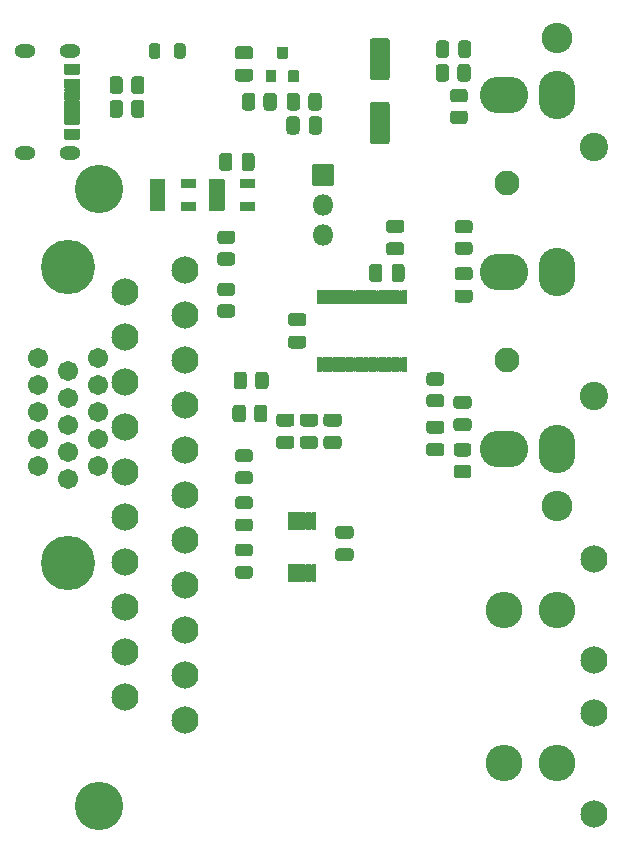
<source format=gbr>
G04 #@! TF.GenerationSoftware,KiCad,Pcbnew,(5.1.12)-1*
G04 #@! TF.CreationDate,2021-11-28T04:27:24+13:00*
G04 #@! TF.ProjectId,comprgb,636f6d70-7267-4622-9e6b-696361645f70,rev?*
G04 #@! TF.SameCoordinates,Original*
G04 #@! TF.FileFunction,Soldermask,Top*
G04 #@! TF.FilePolarity,Negative*
%FSLAX46Y46*%
G04 Gerber Fmt 4.6, Leading zero omitted, Abs format (unit mm)*
G04 Created by KiCad (PCBNEW (5.1.12)-1) date 2021-11-28 04:27:24*
%MOMM*%
%LPD*%
G01*
G04 APERTURE LIST*
%ADD10C,4.602000*%
%ADD11C,1.702000*%
%ADD12C,2.102000*%
%ADD13C,2.402000*%
%ADD14O,4.102000X3.102000*%
%ADD15O,3.102000X4.102000*%
%ADD16O,2.602000X2.602000*%
%ADD17O,1.802000X1.802000*%
%ADD18C,2.302000*%
%ADD19O,3.102000X3.102000*%
%ADD20C,4.102000*%
%ADD21O,1.802000X1.202000*%
%ADD22C,0.100000*%
G04 APERTURE END LIST*
G36*
G01*
X57559000Y-45631124D02*
X57559000Y-44678876D01*
G75*
G02*
X57833876Y-44404000I274876J0D01*
G01*
X58411124Y-44404000D01*
G75*
G02*
X58686000Y-44678876I0J-274876D01*
G01*
X58686000Y-45631124D01*
G75*
G02*
X58411124Y-45906000I-274876J0D01*
G01*
X57833876Y-45906000D01*
G75*
G02*
X57559000Y-45631124I0J274876D01*
G01*
G37*
G36*
G01*
X55734000Y-45631124D02*
X55734000Y-44678876D01*
G75*
G02*
X56008876Y-44404000I274876J0D01*
G01*
X56586124Y-44404000D01*
G75*
G02*
X56861000Y-44678876I0J-274876D01*
G01*
X56861000Y-45631124D01*
G75*
G02*
X56586124Y-45906000I-274876J0D01*
G01*
X56008876Y-45906000D01*
G75*
G02*
X55734000Y-45631124I0J274876D01*
G01*
G37*
G36*
G01*
X57649000Y-43631750D02*
X57649000Y-42668250D01*
G75*
G02*
X57918250Y-42399000I269250J0D01*
G01*
X58456750Y-42399000D01*
G75*
G02*
X58726000Y-42668250I0J-269250D01*
G01*
X58726000Y-43631750D01*
G75*
G02*
X58456750Y-43901000I-269250J0D01*
G01*
X57918250Y-43901000D01*
G75*
G02*
X57649000Y-43631750I0J269250D01*
G01*
G37*
G36*
G01*
X55774000Y-43631750D02*
X55774000Y-42668250D01*
G75*
G02*
X56043250Y-42399000I269250J0D01*
G01*
X56581750Y-42399000D01*
G75*
G02*
X56851000Y-42668250I0J-269250D01*
G01*
X56851000Y-43631750D01*
G75*
G02*
X56581750Y-43901000I-269250J0D01*
G01*
X56043250Y-43901000D01*
G75*
G02*
X55774000Y-43631750I0J269250D01*
G01*
G37*
G36*
G01*
X37523875Y-64759000D02*
X38476125Y-64759000D01*
G75*
G02*
X38751000Y-65033875I0J-274875D01*
G01*
X38751000Y-65611125D01*
G75*
G02*
X38476125Y-65886000I-274875J0D01*
G01*
X37523875Y-65886000D01*
G75*
G02*
X37249000Y-65611125I0J274875D01*
G01*
X37249000Y-65033875D01*
G75*
G02*
X37523875Y-64759000I274875J0D01*
G01*
G37*
G36*
G01*
X37523875Y-62934000D02*
X38476125Y-62934000D01*
G75*
G02*
X38751000Y-63208875I0J-274875D01*
G01*
X38751000Y-63786125D01*
G75*
G02*
X38476125Y-64061000I-274875J0D01*
G01*
X37523875Y-64061000D01*
G75*
G02*
X37249000Y-63786125I0J274875D01*
G01*
X37249000Y-63208875D01*
G75*
G02*
X37523875Y-62934000I274875J0D01*
G01*
G37*
G36*
G01*
X37523875Y-60349000D02*
X38476125Y-60349000D01*
G75*
G02*
X38751000Y-60623875I0J-274875D01*
G01*
X38751000Y-61201125D01*
G75*
G02*
X38476125Y-61476000I-274875J0D01*
G01*
X37523875Y-61476000D01*
G75*
G02*
X37249000Y-61201125I0J274875D01*
G01*
X37249000Y-60623875D01*
G75*
G02*
X37523875Y-60349000I274875J0D01*
G01*
G37*
G36*
G01*
X37523875Y-58524000D02*
X38476125Y-58524000D01*
G75*
G02*
X38751000Y-58798875I0J-274875D01*
G01*
X38751000Y-59376125D01*
G75*
G02*
X38476125Y-59651000I-274875J0D01*
G01*
X37523875Y-59651000D01*
G75*
G02*
X37249000Y-59376125I0J274875D01*
G01*
X37249000Y-58798875D01*
G75*
G02*
X37523875Y-58524000I274875J0D01*
G01*
G37*
D10*
X24600000Y-61620000D03*
X24600000Y-86620000D03*
D11*
X22060000Y-69280000D03*
X22060000Y-71570000D03*
X22060000Y-73860000D03*
X22060000Y-76150000D03*
X22060000Y-78440000D03*
X24600000Y-77290000D03*
X24600000Y-79580000D03*
X27140000Y-69280000D03*
X27140000Y-71570000D03*
X27140000Y-73860000D03*
X27140000Y-76150000D03*
X27140000Y-78440000D03*
X24600000Y-70420000D03*
X24600000Y-72710000D03*
X24600000Y-75000000D03*
G36*
G01*
X51999000Y-62600500D02*
X51999000Y-61599500D01*
G75*
G02*
X52274500Y-61324000I275500J0D01*
G01*
X52825500Y-61324000D01*
G75*
G02*
X53101000Y-61599500I0J-275500D01*
G01*
X53101000Y-62600500D01*
G75*
G02*
X52825500Y-62876000I-275500J0D01*
G01*
X52274500Y-62876000D01*
G75*
G02*
X51999000Y-62600500I0J275500D01*
G01*
G37*
G36*
G01*
X50099000Y-62600500D02*
X50099000Y-61599500D01*
G75*
G02*
X50374500Y-61324000I275500J0D01*
G01*
X50925500Y-61324000D01*
G75*
G02*
X51201000Y-61599500I0J-275500D01*
G01*
X51201000Y-62600500D01*
G75*
G02*
X50925500Y-62876000I-275500J0D01*
G01*
X50374500Y-62876000D01*
G75*
G02*
X50099000Y-62600500I0J275500D01*
G01*
G37*
D12*
X61800000Y-54500000D03*
X61800000Y-69500000D03*
D13*
X69144520Y-72533380D03*
X69144520Y-51466620D03*
D14*
X61500000Y-47000000D03*
X61500000Y-77000000D03*
D15*
X66000000Y-77000000D03*
X66000000Y-62000000D03*
X66000000Y-47000000D03*
D16*
X66000000Y-42200000D03*
X66000000Y-81800000D03*
D14*
X61500000Y-62000000D03*
G36*
G01*
X32426000Y-42893250D02*
X32426000Y-43706750D01*
G75*
G02*
X32181750Y-43951000I-244250J0D01*
G01*
X31693250Y-43951000D01*
G75*
G02*
X31449000Y-43706750I0J244250D01*
G01*
X31449000Y-42893250D01*
G75*
G02*
X31693250Y-42649000I244250J0D01*
G01*
X32181750Y-42649000D01*
G75*
G02*
X32426000Y-42893250I0J-244250D01*
G01*
G37*
G36*
G01*
X34551000Y-42893250D02*
X34551000Y-43706750D01*
G75*
G02*
X34306750Y-43951000I-244250J0D01*
G01*
X33818250Y-43951000D01*
G75*
G02*
X33574000Y-43706750I0J244250D01*
G01*
X33574000Y-42893250D01*
G75*
G02*
X33818250Y-42649000I244250J0D01*
G01*
X34306750Y-42649000D01*
G75*
G02*
X34551000Y-42893250I0J-244250D01*
G01*
G37*
G36*
G01*
X29251000Y-47723875D02*
X29251000Y-48676125D01*
G75*
G02*
X28976125Y-48951000I-274875J0D01*
G01*
X28398875Y-48951000D01*
G75*
G02*
X28124000Y-48676125I0J274875D01*
G01*
X28124000Y-47723875D01*
G75*
G02*
X28398875Y-47449000I274875J0D01*
G01*
X28976125Y-47449000D01*
G75*
G02*
X29251000Y-47723875I0J-274875D01*
G01*
G37*
G36*
G01*
X31076000Y-47723875D02*
X31076000Y-48676125D01*
G75*
G02*
X30801125Y-48951000I-274875J0D01*
G01*
X30223875Y-48951000D01*
G75*
G02*
X29949000Y-48676125I0J274875D01*
G01*
X29949000Y-47723875D01*
G75*
G02*
X30223875Y-47449000I274875J0D01*
G01*
X30801125Y-47449000D01*
G75*
G02*
X31076000Y-47723875I0J-274875D01*
G01*
G37*
G36*
G01*
X29251000Y-45723875D02*
X29251000Y-46676125D01*
G75*
G02*
X28976125Y-46951000I-274875J0D01*
G01*
X28398875Y-46951000D01*
G75*
G02*
X28124000Y-46676125I0J274875D01*
G01*
X28124000Y-45723875D01*
G75*
G02*
X28398875Y-45449000I274875J0D01*
G01*
X28976125Y-45449000D01*
G75*
G02*
X29251000Y-45723875I0J-274875D01*
G01*
G37*
G36*
G01*
X31076000Y-45723875D02*
X31076000Y-46676125D01*
G75*
G02*
X30801125Y-46951000I-274875J0D01*
G01*
X30223875Y-46951000D01*
G75*
G02*
X29949000Y-46676125I0J274875D01*
G01*
X29949000Y-45723875D01*
G75*
G02*
X30223875Y-45449000I274875J0D01*
G01*
X30801125Y-45449000D01*
G75*
G02*
X31076000Y-45723875I0J-274875D01*
G01*
G37*
G36*
G01*
X39651000Y-73523875D02*
X39651000Y-74476125D01*
G75*
G02*
X39376125Y-74751000I-274875J0D01*
G01*
X38798875Y-74751000D01*
G75*
G02*
X38524000Y-74476125I0J274875D01*
G01*
X38524000Y-73523875D01*
G75*
G02*
X38798875Y-73249000I274875J0D01*
G01*
X39376125Y-73249000D01*
G75*
G02*
X39651000Y-73523875I0J-274875D01*
G01*
G37*
G36*
G01*
X41476000Y-73523875D02*
X41476000Y-74476125D01*
G75*
G02*
X41201125Y-74751000I-274875J0D01*
G01*
X40623875Y-74751000D01*
G75*
G02*
X40349000Y-74476125I0J274875D01*
G01*
X40349000Y-73523875D01*
G75*
G02*
X40623875Y-73249000I274875J0D01*
G01*
X41201125Y-73249000D01*
G75*
G02*
X41476000Y-73523875I0J-274875D01*
G01*
G37*
G36*
G01*
X40449000Y-71676125D02*
X40449000Y-70723875D01*
G75*
G02*
X40723875Y-70449000I274875J0D01*
G01*
X41301125Y-70449000D01*
G75*
G02*
X41576000Y-70723875I0J-274875D01*
G01*
X41576000Y-71676125D01*
G75*
G02*
X41301125Y-71951000I-274875J0D01*
G01*
X40723875Y-71951000D01*
G75*
G02*
X40449000Y-71676125I0J274875D01*
G01*
G37*
G36*
G01*
X38624000Y-71676125D02*
X38624000Y-70723875D01*
G75*
G02*
X38898875Y-70449000I274875J0D01*
G01*
X39476125Y-70449000D01*
G75*
G02*
X39751000Y-70723875I0J-274875D01*
G01*
X39751000Y-71676125D01*
G75*
G02*
X39476125Y-71951000I-274875J0D01*
G01*
X38898875Y-71951000D01*
G75*
G02*
X38624000Y-71676125I0J274875D01*
G01*
G37*
G36*
G01*
X56176125Y-71651000D02*
X55223875Y-71651000D01*
G75*
G02*
X54949000Y-71376125I0J274875D01*
G01*
X54949000Y-70798875D01*
G75*
G02*
X55223875Y-70524000I274875J0D01*
G01*
X56176125Y-70524000D01*
G75*
G02*
X56451000Y-70798875I0J-274875D01*
G01*
X56451000Y-71376125D01*
G75*
G02*
X56176125Y-71651000I-274875J0D01*
G01*
G37*
G36*
G01*
X56176125Y-73476000D02*
X55223875Y-73476000D01*
G75*
G02*
X54949000Y-73201125I0J274875D01*
G01*
X54949000Y-72623875D01*
G75*
G02*
X55223875Y-72349000I274875J0D01*
G01*
X56176125Y-72349000D01*
G75*
G02*
X56451000Y-72623875I0J-274875D01*
G01*
X56451000Y-73201125D01*
G75*
G02*
X56176125Y-73476000I-274875J0D01*
G01*
G37*
G36*
G01*
X57223875Y-48349000D02*
X58176125Y-48349000D01*
G75*
G02*
X58451000Y-48623875I0J-274875D01*
G01*
X58451000Y-49201125D01*
G75*
G02*
X58176125Y-49476000I-274875J0D01*
G01*
X57223875Y-49476000D01*
G75*
G02*
X56949000Y-49201125I0J274875D01*
G01*
X56949000Y-48623875D01*
G75*
G02*
X57223875Y-48349000I274875J0D01*
G01*
G37*
G36*
G01*
X57223875Y-46524000D02*
X58176125Y-46524000D01*
G75*
G02*
X58451000Y-46798875I0J-274875D01*
G01*
X58451000Y-47376125D01*
G75*
G02*
X58176125Y-47651000I-274875J0D01*
G01*
X57223875Y-47651000D01*
G75*
G02*
X56949000Y-47376125I0J274875D01*
G01*
X56949000Y-46798875D01*
G75*
G02*
X57223875Y-46524000I274875J0D01*
G01*
G37*
G36*
G01*
X58576125Y-58751000D02*
X57623875Y-58751000D01*
G75*
G02*
X57349000Y-58476125I0J274875D01*
G01*
X57349000Y-57898875D01*
G75*
G02*
X57623875Y-57624000I274875J0D01*
G01*
X58576125Y-57624000D01*
G75*
G02*
X58851000Y-57898875I0J-274875D01*
G01*
X58851000Y-58476125D01*
G75*
G02*
X58576125Y-58751000I-274875J0D01*
G01*
G37*
G36*
G01*
X58576125Y-60576000D02*
X57623875Y-60576000D01*
G75*
G02*
X57349000Y-60301125I0J274875D01*
G01*
X57349000Y-59723875D01*
G75*
G02*
X57623875Y-59449000I274875J0D01*
G01*
X58576125Y-59449000D01*
G75*
G02*
X58851000Y-59723875I0J-274875D01*
G01*
X58851000Y-60301125D01*
G75*
G02*
X58576125Y-60576000I-274875J0D01*
G01*
G37*
G36*
G01*
X57523875Y-76517000D02*
X58476125Y-76517000D01*
G75*
G02*
X58751000Y-76791875I0J-274875D01*
G01*
X58751000Y-77369125D01*
G75*
G02*
X58476125Y-77644000I-274875J0D01*
G01*
X57523875Y-77644000D01*
G75*
G02*
X57249000Y-77369125I0J274875D01*
G01*
X57249000Y-76791875D01*
G75*
G02*
X57523875Y-76517000I274875J0D01*
G01*
G37*
G36*
G01*
X57523875Y-78342000D02*
X58476125Y-78342000D01*
G75*
G02*
X58751000Y-78616875I0J-274875D01*
G01*
X58751000Y-79194125D01*
G75*
G02*
X58476125Y-79469000I-274875J0D01*
G01*
X57523875Y-79469000D01*
G75*
G02*
X57249000Y-79194125I0J274875D01*
G01*
X57249000Y-78616875D01*
G75*
G02*
X57523875Y-78342000I274875J0D01*
G01*
G37*
G36*
G01*
X40451000Y-47123875D02*
X40451000Y-48076125D01*
G75*
G02*
X40176125Y-48351000I-274875J0D01*
G01*
X39598875Y-48351000D01*
G75*
G02*
X39324000Y-48076125I0J274875D01*
G01*
X39324000Y-47123875D01*
G75*
G02*
X39598875Y-46849000I274875J0D01*
G01*
X40176125Y-46849000D01*
G75*
G02*
X40451000Y-47123875I0J-274875D01*
G01*
G37*
G36*
G01*
X42276000Y-47123875D02*
X42276000Y-48076125D01*
G75*
G02*
X42001125Y-48351000I-274875J0D01*
G01*
X41423875Y-48351000D01*
G75*
G02*
X41149000Y-48076125I0J274875D01*
G01*
X41149000Y-47123875D01*
G75*
G02*
X41423875Y-46849000I274875J0D01*
G01*
X42001125Y-46849000D01*
G75*
G02*
X42276000Y-47123875I0J-274875D01*
G01*
G37*
G36*
G01*
X44251000Y-47123875D02*
X44251000Y-48076125D01*
G75*
G02*
X43976125Y-48351000I-274875J0D01*
G01*
X43398875Y-48351000D01*
G75*
G02*
X43124000Y-48076125I0J274875D01*
G01*
X43124000Y-47123875D01*
G75*
G02*
X43398875Y-46849000I274875J0D01*
G01*
X43976125Y-46849000D01*
G75*
G02*
X44251000Y-47123875I0J-274875D01*
G01*
G37*
G36*
G01*
X46076000Y-47123875D02*
X46076000Y-48076125D01*
G75*
G02*
X45801125Y-48351000I-274875J0D01*
G01*
X45223875Y-48351000D01*
G75*
G02*
X44949000Y-48076125I0J274875D01*
G01*
X44949000Y-47123875D01*
G75*
G02*
X45223875Y-46849000I274875J0D01*
G01*
X45801125Y-46849000D01*
G75*
G02*
X46076000Y-47123875I0J-274875D01*
G01*
G37*
G36*
G01*
X55199500Y-76499000D02*
X56200500Y-76499000D01*
G75*
G02*
X56476000Y-76774500I0J-275500D01*
G01*
X56476000Y-77325500D01*
G75*
G02*
X56200500Y-77601000I-275500J0D01*
G01*
X55199500Y-77601000D01*
G75*
G02*
X54924000Y-77325500I0J275500D01*
G01*
X54924000Y-76774500D01*
G75*
G02*
X55199500Y-76499000I275500J0D01*
G01*
G37*
G36*
G01*
X55199500Y-74599000D02*
X56200500Y-74599000D01*
G75*
G02*
X56476000Y-74874500I0J-275500D01*
G01*
X56476000Y-75425500D01*
G75*
G02*
X56200500Y-75701000I-275500J0D01*
G01*
X55199500Y-75701000D01*
G75*
G02*
X54924000Y-75425500I0J275500D01*
G01*
X54924000Y-74874500D01*
G75*
G02*
X55199500Y-74599000I275500J0D01*
G01*
G37*
G36*
G01*
X48500500Y-84601000D02*
X47499500Y-84601000D01*
G75*
G02*
X47224000Y-84325500I0J275500D01*
G01*
X47224000Y-83774500D01*
G75*
G02*
X47499500Y-83499000I275500J0D01*
G01*
X48500500Y-83499000D01*
G75*
G02*
X48776000Y-83774500I0J-275500D01*
G01*
X48776000Y-84325500D01*
G75*
G02*
X48500500Y-84601000I-275500J0D01*
G01*
G37*
G36*
G01*
X48500500Y-86501000D02*
X47499500Y-86501000D01*
G75*
G02*
X47224000Y-86225500I0J275500D01*
G01*
X47224000Y-85674500D01*
G75*
G02*
X47499500Y-85399000I275500J0D01*
G01*
X48500500Y-85399000D01*
G75*
G02*
X48776000Y-85674500I0J-275500D01*
G01*
X48776000Y-86225500D01*
G75*
G02*
X48500500Y-86501000I-275500J0D01*
G01*
G37*
G36*
G01*
X44500500Y-66601000D02*
X43499500Y-66601000D01*
G75*
G02*
X43224000Y-66325500I0J275500D01*
G01*
X43224000Y-65774500D01*
G75*
G02*
X43499500Y-65499000I275500J0D01*
G01*
X44500500Y-65499000D01*
G75*
G02*
X44776000Y-65774500I0J-275500D01*
G01*
X44776000Y-66325500D01*
G75*
G02*
X44500500Y-66601000I-275500J0D01*
G01*
G37*
G36*
G01*
X44500500Y-68501000D02*
X43499500Y-68501000D01*
G75*
G02*
X43224000Y-68225500I0J275500D01*
G01*
X43224000Y-67674500D01*
G75*
G02*
X43499500Y-67399000I275500J0D01*
G01*
X44500500Y-67399000D01*
G75*
G02*
X44776000Y-67674500I0J-275500D01*
G01*
X44776000Y-68225500D01*
G75*
G02*
X44500500Y-68501000I-275500J0D01*
G01*
G37*
G36*
G01*
X38501000Y-52199500D02*
X38501000Y-53200500D01*
G75*
G02*
X38225500Y-53476000I-275500J0D01*
G01*
X37674500Y-53476000D01*
G75*
G02*
X37399000Y-53200500I0J275500D01*
G01*
X37399000Y-52199500D01*
G75*
G02*
X37674500Y-51924000I275500J0D01*
G01*
X38225500Y-51924000D01*
G75*
G02*
X38501000Y-52199500I0J-275500D01*
G01*
G37*
G36*
G01*
X40401000Y-52199500D02*
X40401000Y-53200500D01*
G75*
G02*
X40125500Y-53476000I-275500J0D01*
G01*
X39574500Y-53476000D01*
G75*
G02*
X39299000Y-53200500I0J275500D01*
G01*
X39299000Y-52199500D01*
G75*
G02*
X39574500Y-51924000I275500J0D01*
G01*
X40125500Y-51924000D01*
G75*
G02*
X40401000Y-52199500I0J-275500D01*
G01*
G37*
G36*
G01*
X44201000Y-49099500D02*
X44201000Y-50100500D01*
G75*
G02*
X43925500Y-50376000I-275500J0D01*
G01*
X43374500Y-50376000D01*
G75*
G02*
X43099000Y-50100500I0J275500D01*
G01*
X43099000Y-49099500D01*
G75*
G02*
X43374500Y-48824000I275500J0D01*
G01*
X43925500Y-48824000D01*
G75*
G02*
X44201000Y-49099500I0J-275500D01*
G01*
G37*
G36*
G01*
X46101000Y-49099500D02*
X46101000Y-50100500D01*
G75*
G02*
X45825500Y-50376000I-275500J0D01*
G01*
X45274500Y-50376000D01*
G75*
G02*
X44999000Y-50100500I0J275500D01*
G01*
X44999000Y-49099500D01*
G75*
G02*
X45274500Y-48824000I275500J0D01*
G01*
X45825500Y-48824000D01*
G75*
G02*
X46101000Y-49099500I0J-275500D01*
G01*
G37*
G36*
G01*
X38999500Y-44799000D02*
X40000500Y-44799000D01*
G75*
G02*
X40276000Y-45074500I0J-275500D01*
G01*
X40276000Y-45625500D01*
G75*
G02*
X40000500Y-45901000I-275500J0D01*
G01*
X38999500Y-45901000D01*
G75*
G02*
X38724000Y-45625500I0J275500D01*
G01*
X38724000Y-45074500D01*
G75*
G02*
X38999500Y-44799000I275500J0D01*
G01*
G37*
G36*
G01*
X38999500Y-42899000D02*
X40000500Y-42899000D01*
G75*
G02*
X40276000Y-43174500I0J-275500D01*
G01*
X40276000Y-43725500D01*
G75*
G02*
X40000500Y-44001000I-275500J0D01*
G01*
X38999500Y-44001000D01*
G75*
G02*
X38724000Y-43725500I0J275500D01*
G01*
X38724000Y-43174500D01*
G75*
G02*
X38999500Y-42899000I275500J0D01*
G01*
G37*
G36*
G01*
X42499500Y-75899000D02*
X43500500Y-75899000D01*
G75*
G02*
X43776000Y-76174500I0J-275500D01*
G01*
X43776000Y-76725500D01*
G75*
G02*
X43500500Y-77001000I-275500J0D01*
G01*
X42499500Y-77001000D01*
G75*
G02*
X42224000Y-76725500I0J275500D01*
G01*
X42224000Y-76174500D01*
G75*
G02*
X42499500Y-75899000I275500J0D01*
G01*
G37*
G36*
G01*
X42499500Y-73999000D02*
X43500500Y-73999000D01*
G75*
G02*
X43776000Y-74274500I0J-275500D01*
G01*
X43776000Y-74825500D01*
G75*
G02*
X43500500Y-75101000I-275500J0D01*
G01*
X42499500Y-75101000D01*
G75*
G02*
X42224000Y-74825500I0J275500D01*
G01*
X42224000Y-74274500D01*
G75*
G02*
X42499500Y-73999000I275500J0D01*
G01*
G37*
G36*
G01*
X44499500Y-75899000D02*
X45500500Y-75899000D01*
G75*
G02*
X45776000Y-76174500I0J-275500D01*
G01*
X45776000Y-76725500D01*
G75*
G02*
X45500500Y-77001000I-275500J0D01*
G01*
X44499500Y-77001000D01*
G75*
G02*
X44224000Y-76725500I0J275500D01*
G01*
X44224000Y-76174500D01*
G75*
G02*
X44499500Y-75899000I275500J0D01*
G01*
G37*
G36*
G01*
X44499500Y-73999000D02*
X45500500Y-73999000D01*
G75*
G02*
X45776000Y-74274500I0J-275500D01*
G01*
X45776000Y-74825500D01*
G75*
G02*
X45500500Y-75101000I-275500J0D01*
G01*
X44499500Y-75101000D01*
G75*
G02*
X44224000Y-74825500I0J275500D01*
G01*
X44224000Y-74274500D01*
G75*
G02*
X44499500Y-73999000I275500J0D01*
G01*
G37*
G36*
G01*
X46499500Y-75899000D02*
X47500500Y-75899000D01*
G75*
G02*
X47776000Y-76174500I0J-275500D01*
G01*
X47776000Y-76725500D01*
G75*
G02*
X47500500Y-77001000I-275500J0D01*
G01*
X46499500Y-77001000D01*
G75*
G02*
X46224000Y-76725500I0J275500D01*
G01*
X46224000Y-76174500D01*
G75*
G02*
X46499500Y-75899000I275500J0D01*
G01*
G37*
G36*
G01*
X46499500Y-73999000D02*
X47500500Y-73999000D01*
G75*
G02*
X47776000Y-74274500I0J-275500D01*
G01*
X47776000Y-74825500D01*
G75*
G02*
X47500500Y-75101000I-275500J0D01*
G01*
X46499500Y-75101000D01*
G75*
G02*
X46224000Y-74825500I0J275500D01*
G01*
X46224000Y-74274500D01*
G75*
G02*
X46499500Y-73999000I275500J0D01*
G01*
G37*
G36*
G01*
X52800500Y-58701000D02*
X51799500Y-58701000D01*
G75*
G02*
X51524000Y-58425500I0J275500D01*
G01*
X51524000Y-57874500D01*
G75*
G02*
X51799500Y-57599000I275500J0D01*
G01*
X52800500Y-57599000D01*
G75*
G02*
X53076000Y-57874500I0J-275500D01*
G01*
X53076000Y-58425500D01*
G75*
G02*
X52800500Y-58701000I-275500J0D01*
G01*
G37*
G36*
G01*
X52800500Y-60601000D02*
X51799500Y-60601000D01*
G75*
G02*
X51524000Y-60325500I0J275500D01*
G01*
X51524000Y-59774500D01*
G75*
G02*
X51799500Y-59499000I275500J0D01*
G01*
X52800500Y-59499000D01*
G75*
G02*
X53076000Y-59774500I0J-275500D01*
G01*
X53076000Y-60325500D01*
G75*
G02*
X52800500Y-60601000I-275500J0D01*
G01*
G37*
G36*
G01*
X58600500Y-62701000D02*
X57599500Y-62701000D01*
G75*
G02*
X57324000Y-62425500I0J275500D01*
G01*
X57324000Y-61874500D01*
G75*
G02*
X57599500Y-61599000I275500J0D01*
G01*
X58600500Y-61599000D01*
G75*
G02*
X58876000Y-61874500I0J-275500D01*
G01*
X58876000Y-62425500D01*
G75*
G02*
X58600500Y-62701000I-275500J0D01*
G01*
G37*
G36*
G01*
X58600500Y-64601000D02*
X57599500Y-64601000D01*
G75*
G02*
X57324000Y-64325500I0J275500D01*
G01*
X57324000Y-63774500D01*
G75*
G02*
X57599500Y-63499000I275500J0D01*
G01*
X58600500Y-63499000D01*
G75*
G02*
X58876000Y-63774500I0J-275500D01*
G01*
X58876000Y-64325500D01*
G75*
G02*
X58600500Y-64601000I-275500J0D01*
G01*
G37*
G36*
G01*
X57499500Y-72499000D02*
X58500500Y-72499000D01*
G75*
G02*
X58776000Y-72774500I0J-275500D01*
G01*
X58776000Y-73325500D01*
G75*
G02*
X58500500Y-73601000I-275500J0D01*
G01*
X57499500Y-73601000D01*
G75*
G02*
X57224000Y-73325500I0J275500D01*
G01*
X57224000Y-72774500D01*
G75*
G02*
X57499500Y-72499000I275500J0D01*
G01*
G37*
G36*
G01*
X57499500Y-74399000D02*
X58500500Y-74399000D01*
G75*
G02*
X58776000Y-74674500I0J-275500D01*
G01*
X58776000Y-75225500D01*
G75*
G02*
X58500500Y-75501000I-275500J0D01*
G01*
X57499500Y-75501000D01*
G75*
G02*
X57224000Y-75225500I0J275500D01*
G01*
X57224000Y-74674500D01*
G75*
G02*
X57499500Y-74399000I275500J0D01*
G01*
G37*
G36*
G01*
X45250000Y-86749000D02*
X45550000Y-86749000D01*
G75*
G02*
X45601000Y-86800000I0J-51000D01*
G01*
X45601000Y-88200000D01*
G75*
G02*
X45550000Y-88251000I-51000J0D01*
G01*
X45250000Y-88251000D01*
G75*
G02*
X45199000Y-88200000I0J51000D01*
G01*
X45199000Y-86800000D01*
G75*
G02*
X45250000Y-86749000I51000J0D01*
G01*
G37*
G36*
G01*
X44750000Y-86749000D02*
X45050000Y-86749000D01*
G75*
G02*
X45101000Y-86800000I0J-51000D01*
G01*
X45101000Y-88200000D01*
G75*
G02*
X45050000Y-88251000I-51000J0D01*
G01*
X44750000Y-88251000D01*
G75*
G02*
X44699000Y-88200000I0J51000D01*
G01*
X44699000Y-86800000D01*
G75*
G02*
X44750000Y-86749000I51000J0D01*
G01*
G37*
G36*
G01*
X44250000Y-86749000D02*
X44550000Y-86749000D01*
G75*
G02*
X44601000Y-86800000I0J-51000D01*
G01*
X44601000Y-88200000D01*
G75*
G02*
X44550000Y-88251000I-51000J0D01*
G01*
X44250000Y-88251000D01*
G75*
G02*
X44199000Y-88200000I0J51000D01*
G01*
X44199000Y-86800000D01*
G75*
G02*
X44250000Y-86749000I51000J0D01*
G01*
G37*
G36*
G01*
X43750000Y-86749000D02*
X44050000Y-86749000D01*
G75*
G02*
X44101000Y-86800000I0J-51000D01*
G01*
X44101000Y-88200000D01*
G75*
G02*
X44050000Y-88251000I-51000J0D01*
G01*
X43750000Y-88251000D01*
G75*
G02*
X43699000Y-88200000I0J51000D01*
G01*
X43699000Y-86800000D01*
G75*
G02*
X43750000Y-86749000I51000J0D01*
G01*
G37*
G36*
G01*
X43250000Y-86749000D02*
X43550000Y-86749000D01*
G75*
G02*
X43601000Y-86800000I0J-51000D01*
G01*
X43601000Y-88200000D01*
G75*
G02*
X43550000Y-88251000I-51000J0D01*
G01*
X43250000Y-88251000D01*
G75*
G02*
X43199000Y-88200000I0J51000D01*
G01*
X43199000Y-86800000D01*
G75*
G02*
X43250000Y-86749000I51000J0D01*
G01*
G37*
G36*
G01*
X43250000Y-82349000D02*
X43550000Y-82349000D01*
G75*
G02*
X43601000Y-82400000I0J-51000D01*
G01*
X43601000Y-83800000D01*
G75*
G02*
X43550000Y-83851000I-51000J0D01*
G01*
X43250000Y-83851000D01*
G75*
G02*
X43199000Y-83800000I0J51000D01*
G01*
X43199000Y-82400000D01*
G75*
G02*
X43250000Y-82349000I51000J0D01*
G01*
G37*
G36*
G01*
X43750000Y-82349000D02*
X44050000Y-82349000D01*
G75*
G02*
X44101000Y-82400000I0J-51000D01*
G01*
X44101000Y-83800000D01*
G75*
G02*
X44050000Y-83851000I-51000J0D01*
G01*
X43750000Y-83851000D01*
G75*
G02*
X43699000Y-83800000I0J51000D01*
G01*
X43699000Y-82400000D01*
G75*
G02*
X43750000Y-82349000I51000J0D01*
G01*
G37*
G36*
G01*
X44250000Y-82349000D02*
X44550000Y-82349000D01*
G75*
G02*
X44601000Y-82400000I0J-51000D01*
G01*
X44601000Y-83800000D01*
G75*
G02*
X44550000Y-83851000I-51000J0D01*
G01*
X44250000Y-83851000D01*
G75*
G02*
X44199000Y-83800000I0J51000D01*
G01*
X44199000Y-82400000D01*
G75*
G02*
X44250000Y-82349000I51000J0D01*
G01*
G37*
G36*
G01*
X44750000Y-82349000D02*
X45050000Y-82349000D01*
G75*
G02*
X45101000Y-82400000I0J-51000D01*
G01*
X45101000Y-83800000D01*
G75*
G02*
X45050000Y-83851000I-51000J0D01*
G01*
X44750000Y-83851000D01*
G75*
G02*
X44699000Y-83800000I0J51000D01*
G01*
X44699000Y-82400000D01*
G75*
G02*
X44750000Y-82349000I51000J0D01*
G01*
G37*
G36*
G01*
X45250000Y-82349000D02*
X45550000Y-82349000D01*
G75*
G02*
X45601000Y-82400000I0J-51000D01*
G01*
X45601000Y-83800000D01*
G75*
G02*
X45550000Y-83851000I-51000J0D01*
G01*
X45250000Y-83851000D01*
G75*
G02*
X45199000Y-83800000I0J51000D01*
G01*
X45199000Y-82400000D01*
G75*
G02*
X45250000Y-82349000I51000J0D01*
G01*
G37*
D17*
X46200000Y-58880000D03*
X46200000Y-56340000D03*
G36*
G01*
X45299000Y-54650000D02*
X45299000Y-52950000D01*
G75*
G02*
X45350000Y-52899000I51000J0D01*
G01*
X47050000Y-52899000D01*
G75*
G02*
X47101000Y-52950000I0J-51000D01*
G01*
X47101000Y-54650000D01*
G75*
G02*
X47050000Y-54701000I-51000J0D01*
G01*
X45350000Y-54701000D01*
G75*
G02*
X45299000Y-54650000I0J51000D01*
G01*
G37*
G36*
G01*
X52875000Y-69249000D02*
X53275000Y-69249000D01*
G75*
G02*
X53326000Y-69300000I0J-51000D01*
G01*
X53326000Y-70400000D01*
G75*
G02*
X53275000Y-70451000I-51000J0D01*
G01*
X52875000Y-70451000D01*
G75*
G02*
X52824000Y-70400000I0J51000D01*
G01*
X52824000Y-69300000D01*
G75*
G02*
X52875000Y-69249000I51000J0D01*
G01*
G37*
G36*
G01*
X52225000Y-69249000D02*
X52625000Y-69249000D01*
G75*
G02*
X52676000Y-69300000I0J-51000D01*
G01*
X52676000Y-70400000D01*
G75*
G02*
X52625000Y-70451000I-51000J0D01*
G01*
X52225000Y-70451000D01*
G75*
G02*
X52174000Y-70400000I0J51000D01*
G01*
X52174000Y-69300000D01*
G75*
G02*
X52225000Y-69249000I51000J0D01*
G01*
G37*
G36*
G01*
X51575000Y-69249000D02*
X51975000Y-69249000D01*
G75*
G02*
X52026000Y-69300000I0J-51000D01*
G01*
X52026000Y-70400000D01*
G75*
G02*
X51975000Y-70451000I-51000J0D01*
G01*
X51575000Y-70451000D01*
G75*
G02*
X51524000Y-70400000I0J51000D01*
G01*
X51524000Y-69300000D01*
G75*
G02*
X51575000Y-69249000I51000J0D01*
G01*
G37*
G36*
G01*
X50925000Y-69249000D02*
X51325000Y-69249000D01*
G75*
G02*
X51376000Y-69300000I0J-51000D01*
G01*
X51376000Y-70400000D01*
G75*
G02*
X51325000Y-70451000I-51000J0D01*
G01*
X50925000Y-70451000D01*
G75*
G02*
X50874000Y-70400000I0J51000D01*
G01*
X50874000Y-69300000D01*
G75*
G02*
X50925000Y-69249000I51000J0D01*
G01*
G37*
G36*
G01*
X50275000Y-69249000D02*
X50675000Y-69249000D01*
G75*
G02*
X50726000Y-69300000I0J-51000D01*
G01*
X50726000Y-70400000D01*
G75*
G02*
X50675000Y-70451000I-51000J0D01*
G01*
X50275000Y-70451000D01*
G75*
G02*
X50224000Y-70400000I0J51000D01*
G01*
X50224000Y-69300000D01*
G75*
G02*
X50275000Y-69249000I51000J0D01*
G01*
G37*
G36*
G01*
X49625000Y-69249000D02*
X50025000Y-69249000D01*
G75*
G02*
X50076000Y-69300000I0J-51000D01*
G01*
X50076000Y-70400000D01*
G75*
G02*
X50025000Y-70451000I-51000J0D01*
G01*
X49625000Y-70451000D01*
G75*
G02*
X49574000Y-70400000I0J51000D01*
G01*
X49574000Y-69300000D01*
G75*
G02*
X49625000Y-69249000I51000J0D01*
G01*
G37*
G36*
G01*
X48975000Y-69249000D02*
X49375000Y-69249000D01*
G75*
G02*
X49426000Y-69300000I0J-51000D01*
G01*
X49426000Y-70400000D01*
G75*
G02*
X49375000Y-70451000I-51000J0D01*
G01*
X48975000Y-70451000D01*
G75*
G02*
X48924000Y-70400000I0J51000D01*
G01*
X48924000Y-69300000D01*
G75*
G02*
X48975000Y-69249000I51000J0D01*
G01*
G37*
G36*
G01*
X48325000Y-69249000D02*
X48725000Y-69249000D01*
G75*
G02*
X48776000Y-69300000I0J-51000D01*
G01*
X48776000Y-70400000D01*
G75*
G02*
X48725000Y-70451000I-51000J0D01*
G01*
X48325000Y-70451000D01*
G75*
G02*
X48274000Y-70400000I0J51000D01*
G01*
X48274000Y-69300000D01*
G75*
G02*
X48325000Y-69249000I51000J0D01*
G01*
G37*
G36*
G01*
X47675000Y-69249000D02*
X48075000Y-69249000D01*
G75*
G02*
X48126000Y-69300000I0J-51000D01*
G01*
X48126000Y-70400000D01*
G75*
G02*
X48075000Y-70451000I-51000J0D01*
G01*
X47675000Y-70451000D01*
G75*
G02*
X47624000Y-70400000I0J51000D01*
G01*
X47624000Y-69300000D01*
G75*
G02*
X47675000Y-69249000I51000J0D01*
G01*
G37*
G36*
G01*
X47025000Y-69249000D02*
X47425000Y-69249000D01*
G75*
G02*
X47476000Y-69300000I0J-51000D01*
G01*
X47476000Y-70400000D01*
G75*
G02*
X47425000Y-70451000I-51000J0D01*
G01*
X47025000Y-70451000D01*
G75*
G02*
X46974000Y-70400000I0J51000D01*
G01*
X46974000Y-69300000D01*
G75*
G02*
X47025000Y-69249000I51000J0D01*
G01*
G37*
G36*
G01*
X46375000Y-69249000D02*
X46775000Y-69249000D01*
G75*
G02*
X46826000Y-69300000I0J-51000D01*
G01*
X46826000Y-70400000D01*
G75*
G02*
X46775000Y-70451000I-51000J0D01*
G01*
X46375000Y-70451000D01*
G75*
G02*
X46324000Y-70400000I0J51000D01*
G01*
X46324000Y-69300000D01*
G75*
G02*
X46375000Y-69249000I51000J0D01*
G01*
G37*
G36*
G01*
X45725000Y-69249000D02*
X46125000Y-69249000D01*
G75*
G02*
X46176000Y-69300000I0J-51000D01*
G01*
X46176000Y-70400000D01*
G75*
G02*
X46125000Y-70451000I-51000J0D01*
G01*
X45725000Y-70451000D01*
G75*
G02*
X45674000Y-70400000I0J51000D01*
G01*
X45674000Y-69300000D01*
G75*
G02*
X45725000Y-69249000I51000J0D01*
G01*
G37*
G36*
G01*
X45725000Y-63549000D02*
X46125000Y-63549000D01*
G75*
G02*
X46176000Y-63600000I0J-51000D01*
G01*
X46176000Y-64700000D01*
G75*
G02*
X46125000Y-64751000I-51000J0D01*
G01*
X45725000Y-64751000D01*
G75*
G02*
X45674000Y-64700000I0J51000D01*
G01*
X45674000Y-63600000D01*
G75*
G02*
X45725000Y-63549000I51000J0D01*
G01*
G37*
G36*
G01*
X46375000Y-63549000D02*
X46775000Y-63549000D01*
G75*
G02*
X46826000Y-63600000I0J-51000D01*
G01*
X46826000Y-64700000D01*
G75*
G02*
X46775000Y-64751000I-51000J0D01*
G01*
X46375000Y-64751000D01*
G75*
G02*
X46324000Y-64700000I0J51000D01*
G01*
X46324000Y-63600000D01*
G75*
G02*
X46375000Y-63549000I51000J0D01*
G01*
G37*
G36*
G01*
X47025000Y-63549000D02*
X47425000Y-63549000D01*
G75*
G02*
X47476000Y-63600000I0J-51000D01*
G01*
X47476000Y-64700000D01*
G75*
G02*
X47425000Y-64751000I-51000J0D01*
G01*
X47025000Y-64751000D01*
G75*
G02*
X46974000Y-64700000I0J51000D01*
G01*
X46974000Y-63600000D01*
G75*
G02*
X47025000Y-63549000I51000J0D01*
G01*
G37*
G36*
G01*
X47675000Y-63549000D02*
X48075000Y-63549000D01*
G75*
G02*
X48126000Y-63600000I0J-51000D01*
G01*
X48126000Y-64700000D01*
G75*
G02*
X48075000Y-64751000I-51000J0D01*
G01*
X47675000Y-64751000D01*
G75*
G02*
X47624000Y-64700000I0J51000D01*
G01*
X47624000Y-63600000D01*
G75*
G02*
X47675000Y-63549000I51000J0D01*
G01*
G37*
G36*
G01*
X48325000Y-63549000D02*
X48725000Y-63549000D01*
G75*
G02*
X48776000Y-63600000I0J-51000D01*
G01*
X48776000Y-64700000D01*
G75*
G02*
X48725000Y-64751000I-51000J0D01*
G01*
X48325000Y-64751000D01*
G75*
G02*
X48274000Y-64700000I0J51000D01*
G01*
X48274000Y-63600000D01*
G75*
G02*
X48325000Y-63549000I51000J0D01*
G01*
G37*
G36*
G01*
X48975000Y-63549000D02*
X49375000Y-63549000D01*
G75*
G02*
X49426000Y-63600000I0J-51000D01*
G01*
X49426000Y-64700000D01*
G75*
G02*
X49375000Y-64751000I-51000J0D01*
G01*
X48975000Y-64751000D01*
G75*
G02*
X48924000Y-64700000I0J51000D01*
G01*
X48924000Y-63600000D01*
G75*
G02*
X48975000Y-63549000I51000J0D01*
G01*
G37*
G36*
G01*
X49625000Y-63549000D02*
X50025000Y-63549000D01*
G75*
G02*
X50076000Y-63600000I0J-51000D01*
G01*
X50076000Y-64700000D01*
G75*
G02*
X50025000Y-64751000I-51000J0D01*
G01*
X49625000Y-64751000D01*
G75*
G02*
X49574000Y-64700000I0J51000D01*
G01*
X49574000Y-63600000D01*
G75*
G02*
X49625000Y-63549000I51000J0D01*
G01*
G37*
G36*
G01*
X50275000Y-63549000D02*
X50675000Y-63549000D01*
G75*
G02*
X50726000Y-63600000I0J-51000D01*
G01*
X50726000Y-64700000D01*
G75*
G02*
X50675000Y-64751000I-51000J0D01*
G01*
X50275000Y-64751000D01*
G75*
G02*
X50224000Y-64700000I0J51000D01*
G01*
X50224000Y-63600000D01*
G75*
G02*
X50275000Y-63549000I51000J0D01*
G01*
G37*
G36*
G01*
X50925000Y-63549000D02*
X51325000Y-63549000D01*
G75*
G02*
X51376000Y-63600000I0J-51000D01*
G01*
X51376000Y-64700000D01*
G75*
G02*
X51325000Y-64751000I-51000J0D01*
G01*
X50925000Y-64751000D01*
G75*
G02*
X50874000Y-64700000I0J51000D01*
G01*
X50874000Y-63600000D01*
G75*
G02*
X50925000Y-63549000I51000J0D01*
G01*
G37*
G36*
G01*
X51575000Y-63549000D02*
X51975000Y-63549000D01*
G75*
G02*
X52026000Y-63600000I0J-51000D01*
G01*
X52026000Y-64700000D01*
G75*
G02*
X51975000Y-64751000I-51000J0D01*
G01*
X51575000Y-64751000D01*
G75*
G02*
X51524000Y-64700000I0J51000D01*
G01*
X51524000Y-63600000D01*
G75*
G02*
X51575000Y-63549000I51000J0D01*
G01*
G37*
G36*
G01*
X52225000Y-63549000D02*
X52625000Y-63549000D01*
G75*
G02*
X52676000Y-63600000I0J-51000D01*
G01*
X52676000Y-64700000D01*
G75*
G02*
X52625000Y-64751000I-51000J0D01*
G01*
X52225000Y-64751000D01*
G75*
G02*
X52174000Y-64700000I0J51000D01*
G01*
X52174000Y-63600000D01*
G75*
G02*
X52225000Y-63549000I51000J0D01*
G01*
G37*
G36*
G01*
X52875000Y-63549000D02*
X53275000Y-63549000D01*
G75*
G02*
X53326000Y-63600000I0J-51000D01*
G01*
X53326000Y-64700000D01*
G75*
G02*
X53275000Y-64751000I-51000J0D01*
G01*
X52875000Y-64751000D01*
G75*
G02*
X52824000Y-64700000I0J51000D01*
G01*
X52824000Y-63600000D01*
G75*
G02*
X52875000Y-63549000I51000J0D01*
G01*
G37*
D18*
X69150000Y-86350000D03*
X69150000Y-94850000D03*
D19*
X66000000Y-90600000D03*
X61500000Y-90600000D03*
D18*
X69150000Y-99370000D03*
X69150000Y-107870000D03*
D19*
X66000000Y-103620000D03*
X61500000Y-103620000D03*
G36*
G01*
X43146000Y-43943000D02*
X42346000Y-43943000D01*
G75*
G02*
X42295000Y-43892000I0J51000D01*
G01*
X42295000Y-42992000D01*
G75*
G02*
X42346000Y-42941000I51000J0D01*
G01*
X43146000Y-42941000D01*
G75*
G02*
X43197000Y-42992000I0J-51000D01*
G01*
X43197000Y-43892000D01*
G75*
G02*
X43146000Y-43943000I-51000J0D01*
G01*
G37*
G36*
G01*
X44096000Y-45943000D02*
X43296000Y-45943000D01*
G75*
G02*
X43245000Y-45892000I0J51000D01*
G01*
X43245000Y-44992000D01*
G75*
G02*
X43296000Y-44941000I51000J0D01*
G01*
X44096000Y-44941000D01*
G75*
G02*
X44147000Y-44992000I0J-51000D01*
G01*
X44147000Y-45892000D01*
G75*
G02*
X44096000Y-45943000I-51000J0D01*
G01*
G37*
G36*
G01*
X42196000Y-45943000D02*
X41396000Y-45943000D01*
G75*
G02*
X41345000Y-45892000I0J51000D01*
G01*
X41345000Y-44992000D01*
G75*
G02*
X41396000Y-44941000I51000J0D01*
G01*
X42196000Y-44941000D01*
G75*
G02*
X42247000Y-44992000I0J-51000D01*
G01*
X42247000Y-45892000D01*
G75*
G02*
X42196000Y-45943000I-51000J0D01*
G01*
G37*
G36*
G01*
X51585063Y-45801000D02*
X50414937Y-45801000D01*
G75*
G02*
X50149000Y-45535063I0J265937D01*
G01*
X50149000Y-42464937D01*
G75*
G02*
X50414937Y-42199000I265937J0D01*
G01*
X51585063Y-42199000D01*
G75*
G02*
X51851000Y-42464937I0J-265937D01*
G01*
X51851000Y-45535063D01*
G75*
G02*
X51585063Y-45801000I-265937J0D01*
G01*
G37*
G36*
G01*
X51585063Y-51201000D02*
X50414937Y-51201000D01*
G75*
G02*
X50149000Y-50935063I0J265937D01*
G01*
X50149000Y-47864937D01*
G75*
G02*
X50414937Y-47599000I265937J0D01*
G01*
X51585063Y-47599000D01*
G75*
G02*
X51851000Y-47864937I0J-265937D01*
G01*
X51851000Y-50935063D01*
G75*
G02*
X51585063Y-51201000I-265937J0D01*
G01*
G37*
G36*
G01*
X39981750Y-86101000D02*
X39018250Y-86101000D01*
G75*
G02*
X38749000Y-85831750I0J269250D01*
G01*
X38749000Y-85293250D01*
G75*
G02*
X39018250Y-85024000I269250J0D01*
G01*
X39981750Y-85024000D01*
G75*
G02*
X40251000Y-85293250I0J-269250D01*
G01*
X40251000Y-85831750D01*
G75*
G02*
X39981750Y-86101000I-269250J0D01*
G01*
G37*
G36*
G01*
X39981750Y-87976000D02*
X39018250Y-87976000D01*
G75*
G02*
X38749000Y-87706750I0J269250D01*
G01*
X38749000Y-87168250D01*
G75*
G02*
X39018250Y-86899000I269250J0D01*
G01*
X39981750Y-86899000D01*
G75*
G02*
X40251000Y-87168250I0J-269250D01*
G01*
X40251000Y-87706750D01*
G75*
G02*
X39981750Y-87976000I-269250J0D01*
G01*
G37*
G36*
G01*
X39018250Y-78899000D02*
X39981750Y-78899000D01*
G75*
G02*
X40251000Y-79168250I0J-269250D01*
G01*
X40251000Y-79706750D01*
G75*
G02*
X39981750Y-79976000I-269250J0D01*
G01*
X39018250Y-79976000D01*
G75*
G02*
X38749000Y-79706750I0J269250D01*
G01*
X38749000Y-79168250D01*
G75*
G02*
X39018250Y-78899000I269250J0D01*
G01*
G37*
G36*
G01*
X39018250Y-77024000D02*
X39981750Y-77024000D01*
G75*
G02*
X40251000Y-77293250I0J-269250D01*
G01*
X40251000Y-77831750D01*
G75*
G02*
X39981750Y-78101000I-269250J0D01*
G01*
X39018250Y-78101000D01*
G75*
G02*
X38749000Y-77831750I0J269250D01*
G01*
X38749000Y-77293250D01*
G75*
G02*
X39018250Y-77024000I269250J0D01*
G01*
G37*
G36*
G01*
X39018250Y-82899000D02*
X39981750Y-82899000D01*
G75*
G02*
X40251000Y-83168250I0J-269250D01*
G01*
X40251000Y-83706750D01*
G75*
G02*
X39981750Y-83976000I-269250J0D01*
G01*
X39018250Y-83976000D01*
G75*
G02*
X38749000Y-83706750I0J269250D01*
G01*
X38749000Y-83168250D01*
G75*
G02*
X39018250Y-82899000I269250J0D01*
G01*
G37*
G36*
G01*
X39018250Y-81024000D02*
X39981750Y-81024000D01*
G75*
G02*
X40251000Y-81293250I0J-269250D01*
G01*
X40251000Y-81831750D01*
G75*
G02*
X39981750Y-82101000I-269250J0D01*
G01*
X39018250Y-82101000D01*
G75*
G02*
X38749000Y-81831750I0J269250D01*
G01*
X38749000Y-81293250D01*
G75*
G02*
X39018250Y-81024000I269250J0D01*
G01*
G37*
G36*
G01*
X39149000Y-54875001D02*
X39149000Y-54224999D01*
G75*
G02*
X39199999Y-54174000I50999J0D01*
G01*
X40420001Y-54174000D01*
G75*
G02*
X40471000Y-54224999I0J-50999D01*
G01*
X40471000Y-54875001D01*
G75*
G02*
X40420001Y-54926000I-50999J0D01*
G01*
X39199999Y-54926000D01*
G75*
G02*
X39149000Y-54875001I0J50999D01*
G01*
G37*
G36*
G01*
X39149000Y-56775001D02*
X39149000Y-56124999D01*
G75*
G02*
X39199999Y-56074000I50999J0D01*
G01*
X40420001Y-56074000D01*
G75*
G02*
X40471000Y-56124999I0J-50999D01*
G01*
X40471000Y-56775001D01*
G75*
G02*
X40420001Y-56826000I-50999J0D01*
G01*
X39199999Y-56826000D01*
G75*
G02*
X39149000Y-56775001I0J50999D01*
G01*
G37*
G36*
G01*
X36529000Y-56775001D02*
X36529000Y-56124999D01*
G75*
G02*
X36579999Y-56074000I50999J0D01*
G01*
X37800001Y-56074000D01*
G75*
G02*
X37851000Y-56124999I0J-50999D01*
G01*
X37851000Y-56775001D01*
G75*
G02*
X37800001Y-56826000I-50999J0D01*
G01*
X36579999Y-56826000D01*
G75*
G02*
X36529000Y-56775001I0J50999D01*
G01*
G37*
G36*
G01*
X36529000Y-55825001D02*
X36529000Y-55174999D01*
G75*
G02*
X36579999Y-55124000I50999J0D01*
G01*
X37800001Y-55124000D01*
G75*
G02*
X37851000Y-55174999I0J-50999D01*
G01*
X37851000Y-55825001D01*
G75*
G02*
X37800001Y-55876000I-50999J0D01*
G01*
X36579999Y-55876000D01*
G75*
G02*
X36529000Y-55825001I0J50999D01*
G01*
G37*
G36*
G01*
X36529000Y-54875001D02*
X36529000Y-54224999D01*
G75*
G02*
X36579999Y-54174000I50999J0D01*
G01*
X37800001Y-54174000D01*
G75*
G02*
X37851000Y-54224999I0J-50999D01*
G01*
X37851000Y-54875001D01*
G75*
G02*
X37800001Y-54926000I-50999J0D01*
G01*
X36579999Y-54926000D01*
G75*
G02*
X36529000Y-54875001I0J50999D01*
G01*
G37*
G36*
G01*
X34149000Y-54875001D02*
X34149000Y-54224999D01*
G75*
G02*
X34199999Y-54174000I50999J0D01*
G01*
X35420001Y-54174000D01*
G75*
G02*
X35471000Y-54224999I0J-50999D01*
G01*
X35471000Y-54875001D01*
G75*
G02*
X35420001Y-54926000I-50999J0D01*
G01*
X34199999Y-54926000D01*
G75*
G02*
X34149000Y-54875001I0J50999D01*
G01*
G37*
G36*
G01*
X34149000Y-56775001D02*
X34149000Y-56124999D01*
G75*
G02*
X34199999Y-56074000I50999J0D01*
G01*
X35420001Y-56074000D01*
G75*
G02*
X35471000Y-56124999I0J-50999D01*
G01*
X35471000Y-56775001D01*
G75*
G02*
X35420001Y-56826000I-50999J0D01*
G01*
X34199999Y-56826000D01*
G75*
G02*
X34149000Y-56775001I0J50999D01*
G01*
G37*
G36*
G01*
X31529000Y-56775001D02*
X31529000Y-56124999D01*
G75*
G02*
X31579999Y-56074000I50999J0D01*
G01*
X32800001Y-56074000D01*
G75*
G02*
X32851000Y-56124999I0J-50999D01*
G01*
X32851000Y-56775001D01*
G75*
G02*
X32800001Y-56826000I-50999J0D01*
G01*
X31579999Y-56826000D01*
G75*
G02*
X31529000Y-56775001I0J50999D01*
G01*
G37*
G36*
G01*
X31529000Y-55825001D02*
X31529000Y-55174999D01*
G75*
G02*
X31579999Y-55124000I50999J0D01*
G01*
X32800001Y-55124000D01*
G75*
G02*
X32851000Y-55174999I0J-50999D01*
G01*
X32851000Y-55825001D01*
G75*
G02*
X32800001Y-55876000I-50999J0D01*
G01*
X31579999Y-55876000D01*
G75*
G02*
X31529000Y-55825001I0J50999D01*
G01*
G37*
G36*
G01*
X31529000Y-54875001D02*
X31529000Y-54224999D01*
G75*
G02*
X31579999Y-54174000I50999J0D01*
G01*
X32800001Y-54174000D01*
G75*
G02*
X32851000Y-54224999I0J-50999D01*
G01*
X32851000Y-54875001D01*
G75*
G02*
X32800001Y-54926000I-50999J0D01*
G01*
X31579999Y-54926000D01*
G75*
G02*
X31529000Y-54875001I0J50999D01*
G01*
G37*
D18*
X34480000Y-99905000D03*
X34480000Y-61805000D03*
X29400000Y-67520000D03*
X34480000Y-65615000D03*
X29400000Y-71330000D03*
X34480000Y-69425000D03*
X29400000Y-75140000D03*
X34480000Y-73235000D03*
X29400000Y-63710000D03*
X34480000Y-77045000D03*
X29400000Y-78950000D03*
X34480000Y-80855000D03*
X29400000Y-82760000D03*
X34480000Y-84665000D03*
X29400000Y-86570000D03*
X34480000Y-88475000D03*
X29400000Y-90380000D03*
X34480000Y-92285000D03*
X29400000Y-94190000D03*
X34480000Y-96095000D03*
X29400000Y-98000000D03*
D20*
X27200000Y-55000000D03*
X27200000Y-107270000D03*
D21*
X24800000Y-43280000D03*
X24800000Y-51920000D03*
X21000000Y-51920000D03*
G36*
G01*
X25550000Y-45301000D02*
X24350000Y-45301000D01*
G75*
G02*
X24299000Y-45250000I0J51000D01*
G01*
X24299000Y-44450000D01*
G75*
G02*
X24350000Y-44399000I51000J0D01*
G01*
X25550000Y-44399000D01*
G75*
G02*
X25601000Y-44450000I0J-51000D01*
G01*
X25601000Y-45250000D01*
G75*
G02*
X25550000Y-45301000I-51000J0D01*
G01*
G37*
G36*
G01*
X25550000Y-46511000D02*
X24350000Y-46511000D01*
G75*
G02*
X24299000Y-46460000I0J51000D01*
G01*
X24299000Y-45700000D01*
G75*
G02*
X24350000Y-45649000I51000J0D01*
G01*
X25550000Y-45649000D01*
G75*
G02*
X25601000Y-45700000I0J-51000D01*
G01*
X25601000Y-46460000D01*
G75*
G02*
X25550000Y-46511000I-51000J0D01*
G01*
G37*
G36*
G01*
X25550001Y-48501000D02*
X24349999Y-48501000D01*
G75*
G02*
X24299000Y-48450001I0J50999D01*
G01*
X24299000Y-47749999D01*
G75*
G02*
X24349999Y-47699000I50999J0D01*
G01*
X25550001Y-47699000D01*
G75*
G02*
X25601000Y-47749999I0J-50999D01*
G01*
X25601000Y-48450001D01*
G75*
G02*
X25550001Y-48501000I-50999J0D01*
G01*
G37*
X21000000Y-43280000D03*
G36*
G01*
X25550000Y-49551000D02*
X24350000Y-49551000D01*
G75*
G02*
X24299000Y-49500000I0J51000D01*
G01*
X24299000Y-48740000D01*
G75*
G02*
X24350000Y-48689000I51000J0D01*
G01*
X25550000Y-48689000D01*
G75*
G02*
X25601000Y-48740000I0J-51000D01*
G01*
X25601000Y-49500000D01*
G75*
G02*
X25550000Y-49551000I-51000J0D01*
G01*
G37*
G36*
G01*
X25550000Y-50801000D02*
X24350000Y-50801000D01*
G75*
G02*
X24299000Y-50750000I0J51000D01*
G01*
X24299000Y-49950000D01*
G75*
G02*
X24350000Y-49899000I51000J0D01*
G01*
X25550000Y-49899000D01*
G75*
G02*
X25601000Y-49950000I0J-51000D01*
G01*
X25601000Y-50750000D01*
G75*
G02*
X25550000Y-50801000I-51000J0D01*
G01*
G37*
G36*
G01*
X25550001Y-47501000D02*
X24349999Y-47501000D01*
G75*
G02*
X24299000Y-47450001I0J50999D01*
G01*
X24299000Y-46749999D01*
G75*
G02*
X24349999Y-46699000I50999J0D01*
G01*
X25550001Y-46699000D01*
G75*
G02*
X25601000Y-46749999I0J-50999D01*
G01*
X25601000Y-47450001D01*
G75*
G02*
X25550001Y-47501000I-50999J0D01*
G01*
G37*
D22*
G36*
X44200732Y-86748000D02*
G01*
X44201000Y-86749000D01*
X44201000Y-88251000D01*
X44200000Y-88252732D01*
X44199000Y-88253000D01*
X44101000Y-88253000D01*
X44099268Y-88252000D01*
X44099000Y-88251000D01*
X44099000Y-86749000D01*
X44100000Y-86747268D01*
X44101000Y-86747000D01*
X44199000Y-86747000D01*
X44200732Y-86748000D01*
G37*
G36*
X44700732Y-86748000D02*
G01*
X44701000Y-86749000D01*
X44701000Y-88251000D01*
X44700000Y-88252732D01*
X44699000Y-88253000D01*
X44601000Y-88253000D01*
X44599268Y-88252000D01*
X44599000Y-88251000D01*
X44599000Y-86749000D01*
X44600000Y-86747268D01*
X44601000Y-86747000D01*
X44699000Y-86747000D01*
X44700732Y-86748000D01*
G37*
G36*
X45200732Y-86748000D02*
G01*
X45201000Y-86749000D01*
X45201000Y-88251000D01*
X45200000Y-88252732D01*
X45199000Y-88253000D01*
X45101000Y-88253000D01*
X45099268Y-88252000D01*
X45099000Y-88251000D01*
X45099000Y-86749000D01*
X45100000Y-86747268D01*
X45101000Y-86747000D01*
X45199000Y-86747000D01*
X45200732Y-86748000D01*
G37*
G36*
X43700732Y-86748000D02*
G01*
X43701000Y-86749000D01*
X43701000Y-88251000D01*
X43700000Y-88252732D01*
X43699000Y-88253000D01*
X43601000Y-88253000D01*
X43599268Y-88252000D01*
X43599000Y-88251000D01*
X43599000Y-86749000D01*
X43600000Y-86747268D01*
X43601000Y-86747000D01*
X43699000Y-86747000D01*
X43700732Y-86748000D01*
G37*
G36*
X44200732Y-82348000D02*
G01*
X44201000Y-82349000D01*
X44201000Y-83851000D01*
X44200000Y-83852732D01*
X44199000Y-83853000D01*
X44101000Y-83853000D01*
X44099268Y-83852000D01*
X44099000Y-83851000D01*
X44099000Y-82349000D01*
X44100000Y-82347268D01*
X44101000Y-82347000D01*
X44199000Y-82347000D01*
X44200732Y-82348000D01*
G37*
G36*
X43700732Y-82348000D02*
G01*
X43701000Y-82349000D01*
X43701000Y-83851000D01*
X43700000Y-83852732D01*
X43699000Y-83853000D01*
X43601000Y-83853000D01*
X43599268Y-83852000D01*
X43599000Y-83851000D01*
X43599000Y-82349000D01*
X43600000Y-82347268D01*
X43601000Y-82347000D01*
X43699000Y-82347000D01*
X43700732Y-82348000D01*
G37*
G36*
X44700732Y-82348000D02*
G01*
X44701000Y-82349000D01*
X44701000Y-83851000D01*
X44700000Y-83852732D01*
X44699000Y-83853000D01*
X44601000Y-83853000D01*
X44599268Y-83852000D01*
X44599000Y-83851000D01*
X44599000Y-82349000D01*
X44600000Y-82347268D01*
X44601000Y-82347000D01*
X44699000Y-82347000D01*
X44700732Y-82348000D01*
G37*
G36*
X45200732Y-82348000D02*
G01*
X45201000Y-82349000D01*
X45201000Y-83851000D01*
X45200000Y-83852732D01*
X45199000Y-83853000D01*
X45101000Y-83853000D01*
X45099268Y-83852000D01*
X45099000Y-83851000D01*
X45099000Y-82349000D01*
X45100000Y-82347268D01*
X45101000Y-82347000D01*
X45199000Y-82347000D01*
X45200732Y-82348000D01*
G37*
G36*
X46975732Y-69248000D02*
G01*
X46976000Y-69249000D01*
X46976000Y-70451000D01*
X46975000Y-70452732D01*
X46974000Y-70453000D01*
X46826000Y-70453000D01*
X46824268Y-70452000D01*
X46824000Y-70451000D01*
X46824000Y-69249000D01*
X46825000Y-69247268D01*
X46826000Y-69247000D01*
X46974000Y-69247000D01*
X46975732Y-69248000D01*
G37*
G36*
X52825732Y-69248000D02*
G01*
X52826000Y-69249000D01*
X52826000Y-70451000D01*
X52825000Y-70452732D01*
X52824000Y-70453000D01*
X52676000Y-70453000D01*
X52674268Y-70452000D01*
X52674000Y-70451000D01*
X52674000Y-69249000D01*
X52675000Y-69247268D01*
X52676000Y-69247000D01*
X52824000Y-69247000D01*
X52825732Y-69248000D01*
G37*
G36*
X46325732Y-69248000D02*
G01*
X46326000Y-69249000D01*
X46326000Y-70451000D01*
X46325000Y-70452732D01*
X46324000Y-70453000D01*
X46176000Y-70453000D01*
X46174268Y-70452000D01*
X46174000Y-70451000D01*
X46174000Y-69249000D01*
X46175000Y-69247268D01*
X46176000Y-69247000D01*
X46324000Y-69247000D01*
X46325732Y-69248000D01*
G37*
G36*
X47625732Y-69248000D02*
G01*
X47626000Y-69249000D01*
X47626000Y-70451000D01*
X47625000Y-70452732D01*
X47624000Y-70453000D01*
X47476000Y-70453000D01*
X47474268Y-70452000D01*
X47474000Y-70451000D01*
X47474000Y-69249000D01*
X47475000Y-69247268D01*
X47476000Y-69247000D01*
X47624000Y-69247000D01*
X47625732Y-69248000D01*
G37*
G36*
X48275732Y-69248000D02*
G01*
X48276000Y-69249000D01*
X48276000Y-70451000D01*
X48275000Y-70452732D01*
X48274000Y-70453000D01*
X48126000Y-70453000D01*
X48124268Y-70452000D01*
X48124000Y-70451000D01*
X48124000Y-69249000D01*
X48125000Y-69247268D01*
X48126000Y-69247000D01*
X48274000Y-69247000D01*
X48275732Y-69248000D01*
G37*
G36*
X52175732Y-69248000D02*
G01*
X52176000Y-69249000D01*
X52176000Y-70451000D01*
X52175000Y-70452732D01*
X52174000Y-70453000D01*
X52026000Y-70453000D01*
X52024268Y-70452000D01*
X52024000Y-70451000D01*
X52024000Y-69249000D01*
X52025000Y-69247268D01*
X52026000Y-69247000D01*
X52174000Y-69247000D01*
X52175732Y-69248000D01*
G37*
G36*
X51525732Y-69248000D02*
G01*
X51526000Y-69249000D01*
X51526000Y-70451000D01*
X51525000Y-70452732D01*
X51524000Y-70453000D01*
X51376000Y-70453000D01*
X51374268Y-70452000D01*
X51374000Y-70451000D01*
X51374000Y-69249000D01*
X51375000Y-69247268D01*
X51376000Y-69247000D01*
X51524000Y-69247000D01*
X51525732Y-69248000D01*
G37*
G36*
X50875732Y-69248000D02*
G01*
X50876000Y-69249000D01*
X50876000Y-70451000D01*
X50875000Y-70452732D01*
X50874000Y-70453000D01*
X50726000Y-70453000D01*
X50724268Y-70452000D01*
X50724000Y-70451000D01*
X50724000Y-69249000D01*
X50725000Y-69247268D01*
X50726000Y-69247000D01*
X50874000Y-69247000D01*
X50875732Y-69248000D01*
G37*
G36*
X50225732Y-69248000D02*
G01*
X50226000Y-69249000D01*
X50226000Y-70451000D01*
X50225000Y-70452732D01*
X50224000Y-70453000D01*
X50076000Y-70453000D01*
X50074268Y-70452000D01*
X50074000Y-70451000D01*
X50074000Y-69249000D01*
X50075000Y-69247268D01*
X50076000Y-69247000D01*
X50224000Y-69247000D01*
X50225732Y-69248000D01*
G37*
G36*
X49575732Y-69248000D02*
G01*
X49576000Y-69249000D01*
X49576000Y-70451000D01*
X49575000Y-70452732D01*
X49574000Y-70453000D01*
X49426000Y-70453000D01*
X49424268Y-70452000D01*
X49424000Y-70451000D01*
X49424000Y-69249000D01*
X49425000Y-69247268D01*
X49426000Y-69247000D01*
X49574000Y-69247000D01*
X49575732Y-69248000D01*
G37*
G36*
X48925732Y-69248000D02*
G01*
X48926000Y-69249000D01*
X48926000Y-70451000D01*
X48925000Y-70452732D01*
X48924000Y-70453000D01*
X48776000Y-70453000D01*
X48774268Y-70452000D01*
X48774000Y-70451000D01*
X48774000Y-69249000D01*
X48775000Y-69247268D01*
X48776000Y-69247000D01*
X48924000Y-69247000D01*
X48925732Y-69248000D01*
G37*
G36*
X50875732Y-63548000D02*
G01*
X50876000Y-63549000D01*
X50876000Y-64751000D01*
X50875000Y-64752732D01*
X50874000Y-64753000D01*
X50726000Y-64753000D01*
X50724268Y-64752000D01*
X50724000Y-64751000D01*
X50724000Y-63549000D01*
X50725000Y-63547268D01*
X50726000Y-63547000D01*
X50874000Y-63547000D01*
X50875732Y-63548000D01*
G37*
G36*
X52825732Y-63548000D02*
G01*
X52826000Y-63549000D01*
X52826000Y-64751000D01*
X52825000Y-64752732D01*
X52824000Y-64753000D01*
X52676000Y-64753000D01*
X52674268Y-64752000D01*
X52674000Y-64751000D01*
X52674000Y-63549000D01*
X52675000Y-63547268D01*
X52676000Y-63547000D01*
X52824000Y-63547000D01*
X52825732Y-63548000D01*
G37*
G36*
X46975732Y-63548000D02*
G01*
X46976000Y-63549000D01*
X46976000Y-64751000D01*
X46975000Y-64752732D01*
X46974000Y-64753000D01*
X46826000Y-64753000D01*
X46824268Y-64752000D01*
X46824000Y-64751000D01*
X46824000Y-63549000D01*
X46825000Y-63547268D01*
X46826000Y-63547000D01*
X46974000Y-63547000D01*
X46975732Y-63548000D01*
G37*
G36*
X47625732Y-63548000D02*
G01*
X47626000Y-63549000D01*
X47626000Y-64751000D01*
X47625000Y-64752732D01*
X47624000Y-64753000D01*
X47476000Y-64753000D01*
X47474268Y-64752000D01*
X47474000Y-64751000D01*
X47474000Y-63549000D01*
X47475000Y-63547268D01*
X47476000Y-63547000D01*
X47624000Y-63547000D01*
X47625732Y-63548000D01*
G37*
G36*
X48275732Y-63548000D02*
G01*
X48276000Y-63549000D01*
X48276000Y-64751000D01*
X48275000Y-64752732D01*
X48274000Y-64753000D01*
X48126000Y-64753000D01*
X48124268Y-64752000D01*
X48124000Y-64751000D01*
X48124000Y-63549000D01*
X48125000Y-63547268D01*
X48126000Y-63547000D01*
X48274000Y-63547000D01*
X48275732Y-63548000D01*
G37*
G36*
X48925732Y-63548000D02*
G01*
X48926000Y-63549000D01*
X48926000Y-64751000D01*
X48925000Y-64752732D01*
X48924000Y-64753000D01*
X48776000Y-64753000D01*
X48774268Y-64752000D01*
X48774000Y-64751000D01*
X48774000Y-63549000D01*
X48775000Y-63547268D01*
X48776000Y-63547000D01*
X48924000Y-63547000D01*
X48925732Y-63548000D01*
G37*
G36*
X49575732Y-63548000D02*
G01*
X49576000Y-63549000D01*
X49576000Y-64751000D01*
X49575000Y-64752732D01*
X49574000Y-64753000D01*
X49426000Y-64753000D01*
X49424268Y-64752000D01*
X49424000Y-64751000D01*
X49424000Y-63549000D01*
X49425000Y-63547268D01*
X49426000Y-63547000D01*
X49574000Y-63547000D01*
X49575732Y-63548000D01*
G37*
G36*
X50225732Y-63548000D02*
G01*
X50226000Y-63549000D01*
X50226000Y-64751000D01*
X50225000Y-64752732D01*
X50224000Y-64753000D01*
X50076000Y-64753000D01*
X50074268Y-64752000D01*
X50074000Y-64751000D01*
X50074000Y-63549000D01*
X50075000Y-63547268D01*
X50076000Y-63547000D01*
X50224000Y-63547000D01*
X50225732Y-63548000D01*
G37*
G36*
X51525732Y-63548000D02*
G01*
X51526000Y-63549000D01*
X51526000Y-64751000D01*
X51525000Y-64752732D01*
X51524000Y-64753000D01*
X51376000Y-64753000D01*
X51374268Y-64752000D01*
X51374000Y-64751000D01*
X51374000Y-63549000D01*
X51375000Y-63547268D01*
X51376000Y-63547000D01*
X51524000Y-63547000D01*
X51525732Y-63548000D01*
G37*
G36*
X52175732Y-63548000D02*
G01*
X52176000Y-63549000D01*
X52176000Y-64751000D01*
X52175000Y-64752732D01*
X52174000Y-64753000D01*
X52026000Y-64753000D01*
X52024268Y-64752000D01*
X52024000Y-64751000D01*
X52024000Y-63549000D01*
X52025000Y-63547268D01*
X52026000Y-63547000D01*
X52174000Y-63547000D01*
X52175732Y-63548000D01*
G37*
G36*
X46325732Y-63548000D02*
G01*
X46326000Y-63549000D01*
X46326000Y-64751000D01*
X46325000Y-64752732D01*
X46324000Y-64753000D01*
X46176000Y-64753000D01*
X46174268Y-64752000D01*
X46174000Y-64751000D01*
X46174000Y-63549000D01*
X46175000Y-63547268D01*
X46176000Y-63547000D01*
X46324000Y-63547000D01*
X46325732Y-63548000D01*
G37*
G36*
X32852732Y-55875000D02*
G01*
X32853000Y-55876000D01*
X32853000Y-56074000D01*
X32852000Y-56075732D01*
X32851000Y-56076000D01*
X31529000Y-56076000D01*
X31527268Y-56075000D01*
X31527000Y-56074000D01*
X31527000Y-55876000D01*
X31528000Y-55874268D01*
X31529000Y-55874000D01*
X32851000Y-55874000D01*
X32852732Y-55875000D01*
G37*
G36*
X37852732Y-55875000D02*
G01*
X37853000Y-55876000D01*
X37853000Y-56074000D01*
X37852000Y-56075732D01*
X37851000Y-56076000D01*
X36529000Y-56076000D01*
X36527268Y-56075000D01*
X36527000Y-56074000D01*
X36527000Y-55876000D01*
X36528000Y-55874268D01*
X36529000Y-55874000D01*
X37851000Y-55874000D01*
X37852732Y-55875000D01*
G37*
G36*
X37852732Y-54925000D02*
G01*
X37853000Y-54926000D01*
X37853000Y-55124000D01*
X37852000Y-55125732D01*
X37851000Y-55126000D01*
X36529000Y-55126000D01*
X36527268Y-55125000D01*
X36527000Y-55124000D01*
X36527000Y-54926000D01*
X36528000Y-54924268D01*
X36529000Y-54924000D01*
X37851000Y-54924000D01*
X37852732Y-54925000D01*
G37*
G36*
X32852732Y-54925000D02*
G01*
X32853000Y-54926000D01*
X32853000Y-55124000D01*
X32852000Y-55125732D01*
X32851000Y-55126000D01*
X31529000Y-55126000D01*
X31527268Y-55125000D01*
X31527000Y-55124000D01*
X31527000Y-54926000D01*
X31528000Y-54924268D01*
X31529000Y-54924000D01*
X32851000Y-54924000D01*
X32852732Y-54925000D01*
G37*
G36*
X25602732Y-48500000D02*
G01*
X25603000Y-48501000D01*
X25603000Y-48689000D01*
X25602000Y-48690732D01*
X25601000Y-48691000D01*
X24299000Y-48691000D01*
X24297268Y-48690000D01*
X24297000Y-48689000D01*
X24297000Y-48501000D01*
X24298000Y-48499268D01*
X24299000Y-48499000D01*
X25601000Y-48499000D01*
X25602732Y-48500000D01*
G37*
G36*
X25602732Y-47500000D02*
G01*
X25603000Y-47501000D01*
X25603000Y-47699000D01*
X25602000Y-47700732D01*
X25601000Y-47701000D01*
X24299000Y-47701000D01*
X24297268Y-47700000D01*
X24297000Y-47699000D01*
X24297000Y-47501000D01*
X24298000Y-47499268D01*
X24299000Y-47499000D01*
X25601000Y-47499000D01*
X25602732Y-47500000D01*
G37*
G36*
X25602732Y-46510000D02*
G01*
X25603000Y-46511000D01*
X25603000Y-46699000D01*
X25602000Y-46700732D01*
X25601000Y-46701000D01*
X24299000Y-46701000D01*
X24297268Y-46700000D01*
X24297000Y-46699000D01*
X24297000Y-46511000D01*
X24298000Y-46509268D01*
X24299000Y-46509000D01*
X25601000Y-46509000D01*
X25602732Y-46510000D01*
G37*
M02*

</source>
